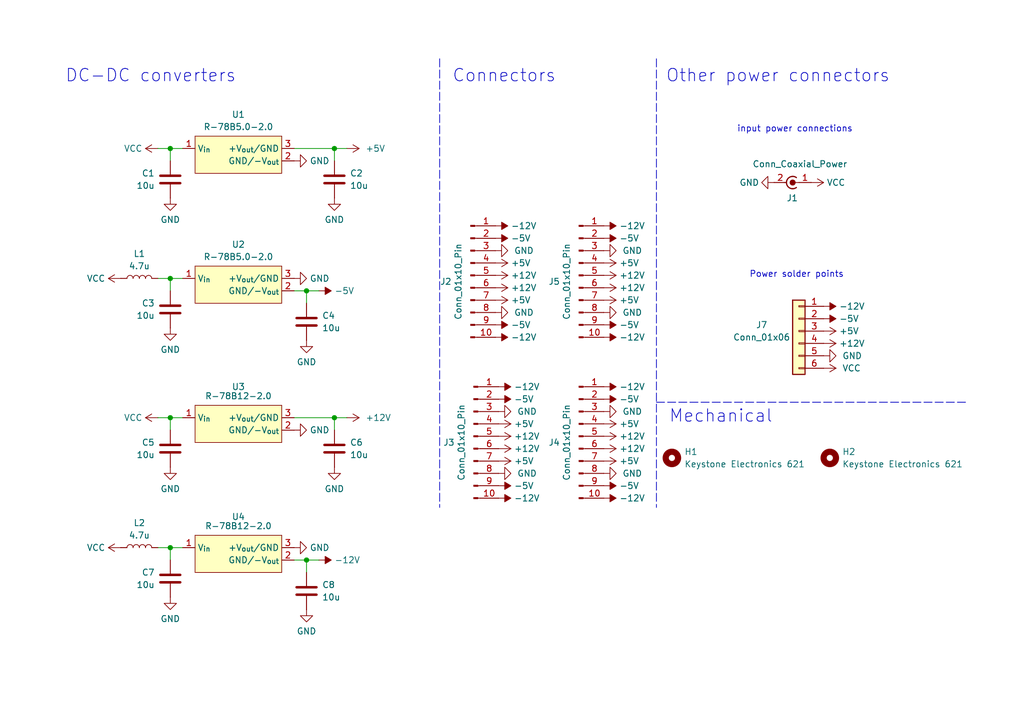
<source format=kicad_sch>
(kicad_sch (version 20231120) (generator "eeschema") (generator_version "8.0")
  (paper "A5")
  (title_block (title "Split rail DC power supply") (comment 1 "Designed for Hammond Manufacturing") (comment 2 "cases of series 1457"))
  (lib_symbols
    (symbol "Connector:Conn_01x10_Pin" (pin_names (offset 1.016) hide)
      (property "Reference" "J" (at 0 12.7 0))
      (property "Value" "Conn_01x10_Pin" (at 0 -15.24 0))
      (symbol "Conn_01x10_Pin_1_1"
        (polyline (pts (xy 1.27 -12.7) (xy 0.8636 -12.7)) (stroke (width 0.1524)))
        (polyline (pts (xy 1.27 -10.16) (xy 0.8636 -10.16)) (stroke (width 0.1524)))
        (polyline (pts (xy 1.27 -7.62) (xy 0.8636 -7.62)) (stroke (width 0.1524)))
        (polyline (pts (xy 1.27 -5.08) (xy 0.8636 -5.08)) (stroke (width 0.1524)))
        (polyline (pts (xy 1.27 -2.54) (xy 0.8636 -2.54)) (stroke (width 0.1524)))
        (polyline (pts (xy 1.27 0) (xy 0.8636 0)) (stroke (width 0.1524)))
        (polyline (pts (xy 1.27 2.54) (xy 0.8636 2.54)) (stroke (width 0.1524)))
        (polyline (pts (xy 1.27 5.08) (xy 0.8636 5.08)) (stroke (width 0.1524)))
        (polyline (pts (xy 1.27 7.62) (xy 0.8636 7.62)) (stroke (width 0.1524)))
        (polyline (pts (xy 1.27 10.16) (xy 0.8636 10.16)) (stroke (width 0.1524)))
        (rectangle (start 0.8636 -12.573) (end 0 -12.827) (stroke (width 0.1524)) (fill (type outline)))
        (rectangle (start 0.8636 -10.033) (end 0 -10.287) (stroke (width 0.1524)) (fill (type outline)))
        (rectangle (start 0.8636 -7.493) (end 0 -7.747) (stroke (width 0.1524)) (fill (type outline)))
        (rectangle (start 0.8636 -4.953) (end 0 -5.207) (stroke (width 0.1524)) (fill (type outline)))
        (rectangle (start 0.8636 -2.413) (end 0 -2.667) (stroke (width 0.1524)) (fill (type outline)))
        (rectangle (start 0.8636 0.127) (end 0 -0.127) (stroke (width 0.1524)) (fill (type outline)))
        (rectangle (start 0.8636 2.667) (end 0 2.413) (stroke (width 0.1524)) (fill (type outline)))
        (rectangle (start 0.8636 5.207) (end 0 4.953) (stroke (width 0.1524)) (fill (type outline)))
        (rectangle (start 0.8636 7.747) (end 0 7.493) (stroke (width 0.1524)) (fill (type outline)))
        (rectangle (start 0.8636 10.287) (end 0 10.033) (stroke (width 0.1524)) (fill (type outline)))
        (pin passive line (at 5.08 10.16 180) (length 3.81) (name "Pin_1") (number "1"))
        (pin passive line (at 5.08 -12.7 180) (length 3.81) (name "Pin_10") (number "10"))
        (pin passive line (at 5.08 7.62 180) (length 3.81) (name "Pin_2") (number "2"))
        (pin passive line (at 5.08 5.08 180) (length 3.81) (name "Pin_3") (number "3"))
        (pin passive line (at 5.08 2.54 180) (length 3.81) (name "Pin_4") (number "4"))
        (pin passive line (at 5.08 0 180) (length 3.81) (name "Pin_5") (number "5"))
        (pin passive line (at 5.08 -2.54 180) (length 3.81) (name "Pin_6") (number "6"))
        (pin passive line (at 5.08 -5.08 180) (length 3.81) (name "Pin_7") (number "7"))
        (pin passive line (at 5.08 -7.62 180) (length 3.81) (name "Pin_8") (number "8"))
        (pin passive line (at 5.08 -10.16 180) (length 3.81) (name "Pin_9") (number "9"))
      )
    )
    (symbol "Connector:Conn_Coaxial_Power" (pin_names (offset 1.016) hide)
      (property "Reference" "J" (at -5.08 -1.27 90))
      (property "Value" "Conn_Coaxial_Power" (at -3.175 -1.27 90))
      (symbol "Conn_Coaxial_Power_0_1"
        (arc (start -1.27 -1.27) (mid 0 -2.5345) (end 1.27 -1.27) (stroke (width 0.254)))
        (arc (start -1.016 -0.508) (mid -1.2048 -0.8684) (end -1.27 -1.27) (stroke (width 0.254)))
        (circle (center 0 -1.27) (radius 0.508) (stroke (width 0.2032)) (fill (type outline)))
        (polyline (pts (xy 0 -2.54) (xy 0 -3.048)))
        (polyline (pts (xy 0 0) (xy 0 -1.27)))
        (arc (start 1.27 -1.27) (mid 1.2048 -0.8684) (end 1.016 -0.508) (stroke (width 0.254)))
      )
      (symbol "Conn_Coaxial_Power_1_1"
        (pin passive line (at 0 2.54 270) (length 2.54) (name "In") (number "1"))
        (pin passive line (at 0 -5.08 90) (length 2.54) (name "Ext") (number "2"))
      )
    )
    (symbol "Connector_Generic:Conn_01x06" (pin_names (offset 1.016) hide)
      (property "Reference" "J" (at 0 7.62 0))
      (property "Value" "Conn_01x06" (at 0 -10.16 0))
      (symbol "Conn_01x06_1_1"
        (rectangle (start -1.27 -7.493) (end 0 -7.747) (stroke (width 0.1524)))
        (rectangle (start -1.27 -4.953) (end 0 -5.207) (stroke (width 0.1524)))
        (rectangle (start -1.27 -2.413) (end 0 -2.667) (stroke (width 0.1524)))
        (rectangle (start -1.27 0.127) (end 0 -0.127) (stroke (width 0.1524)))
        (rectangle (start -1.27 2.667) (end 0 2.413) (stroke (width 0.1524)))
        (rectangle (start -1.27 5.207) (end 0 4.953) (stroke (width 0.1524)))
        (rectangle (start -1.27 6.35) (end 1.27 -8.89) (stroke (width 0.254)) (fill (type background)))
        (pin passive line (at -5.08 5.08 0) (length 3.81) (name "Pin_1") (number "1"))
        (pin passive line (at -5.08 2.54 0) (length 3.81) (name "Pin_2") (number "2"))
        (pin passive line (at -5.08 0 0) (length 3.81) (name "Pin_3") (number "3"))
        (pin passive line (at -5.08 -2.54 0) (length 3.81) (name "Pin_4") (number "4"))
        (pin passive line (at -5.08 -5.08 0) (length 3.81) (name "Pin_5") (number "5"))
        (pin passive line (at -5.08 -7.62 0) (length 3.81) (name "Pin_6") (number "6"))
      )
    )
    (symbol "Device:C" (pin_numbers hide) (pin_names (offset 0.254))
      (property "Reference" "C" (at 0.635 2.54 0))
      (property "Value" "C" (at 0.635 -2.54 0))
      (symbol "C_0_1"
        (polyline (pts (xy -2.032 -0.762) (xy 2.032 -0.762)) (stroke (width 0.508)))
        (polyline (pts (xy -2.032 0.762) (xy 2.032 0.762)) (stroke (width 0.508)))
      )
      (symbol "C_1_1"
        (pin passive line (at 0 3.81 270) (length 2.794) (name "~") (number "1"))
        (pin passive line (at 0 -3.81 90) (length 2.794) (name "~") (number "2"))
      )
    )
    (symbol "Device:L" (pin_numbers hide) (pin_names (offset 1.016) hide)
      (property "Reference" "L" (at -1.27 0 90))
      (property "Value" "L" (at 1.905 0 90))
      (symbol "L_0_1"
        (arc (start 0 -2.54) (mid 0.6323 -1.905) (end 0 -1.27))
        (arc (start 0 -1.27) (mid 0.6323 -0.635) (end 0 0))
        (arc (start 0 0) (mid 0.6323 0.635) (end 0 1.27))
        (arc (start 0 1.27) (mid 0.6323 1.905) (end 0 2.54))
      )
      (symbol "L_1_1"
        (pin passive line (at 0 3.81 270) (length 1.27) (name "1") (number "1"))
        (pin passive line (at 0 -3.81 90) (length 1.27) (name "2") (number "2"))
      )
    )
    (symbol "Mechanical:MountingHole" (pin_names (offset 1.016)) (exclude_from_sim yes) (in_bom no)
      (property "Reference" "H" (at 0 5.08 0))
      (property "Value" "MountingHole" (at 0 3.175 0))
      (symbol "MountingHole_0_1"
        (circle (center 0 0) (radius 1.27) (stroke (width 1.27)))
      )
    )
    (symbol "matterwaves:R-78B12-2.0"
      (property "Reference" "U" (at 0 5.08 0))
      (property "Value" "R-78B12-2.0" (at 0 -5.08 0))
      (symbol "R-78B12-2.0_1_1"
        (rectangle (start -8.89 3.81) (end 8.89 -3.81) (fill (type background)))
        (pin input line (at -11.43 1.27 0) (length 2.54) (name "V_{in}") (number "1"))
        (pin input line (at 11.43 -1.27 180) (length 2.54) (name "GND/-V_{out}") (number "2"))
        (pin input line (at 11.43 1.27 180) (length 2.54) (name "+V_{out}/GND") (number "3"))
      )
    )
    (symbol "matterwaves:R-78B5.0-2.0"
      (property "Reference" "U" (at 0 5.08 0))
      (property "Value" "R-78B5.0-2.0" (at 0 -5.08 0))
      (symbol "R-78B5.0-2.0_1_1"
        (rectangle (start -8.89 3.81) (end 8.89 -3.81) (fill (type background)))
        (pin input line (at -11.43 1.27 0) (length 2.54) (name "V_{in}") (number "1"))
        (pin input line (at 11.43 -1.27 180) (length 2.54) (name "GND/-V_{out}") (number "2"))
        (pin input line (at 11.43 1.27 180) (length 2.54) (name "+V_{out}/GND") (number "3"))
      )
    )
    (symbol "power:+12V" (power) (pin_numbers hide) (pin_names (offset 0) hide)
      (property "Value" "+12V" (at 0 3.556 0))
      (symbol "+12V_0_1"
        (polyline (pts (xy -0.762 1.27) (xy 0 2.54)))
        (polyline (pts (xy 0 0) (xy 0 2.54)))
        (polyline (pts (xy 0 2.54) (xy 0.762 1.27)))
      )
      (symbol "+12V_1_1"
        (pin power_in line (at 0 0 90) (length 0) (name "~") (number "1"))
      )
    )
    (symbol "power:+5V" (power) (pin_numbers hide) (pin_names (offset 0) hide)
      (property "Value" "+5V" (at 0 3.556 0))
      (symbol "+5V_0_1"
        (polyline (pts (xy -0.762 1.27) (xy 0 2.54)))
        (polyline (pts (xy 0 0) (xy 0 2.54)))
        (polyline (pts (xy 0 2.54) (xy 0.762 1.27)))
      )
      (symbol "+5V_1_1"
        (pin power_in line (at 0 0 90) (length 0) (name "~") (number "1"))
      )
    )
    (symbol "power:-12V" (power) (pin_numbers hide) (pin_names (offset 0) hide)
      (property "Value" "-12V" (at 0 3.556 0))
      (symbol "-12V_0_0"
        (pin power_in line (at 0 0 90) (length 0) (name "~") (number "1"))
      )
      (symbol "-12V_0_1"
        (polyline (pts (xy 0 0) (xy 0 1.27) (xy 0.762 1.27) (xy 0 2.54) (xy -0.762 1.27) (xy 0 1.27)) (fill (type outline)))
      )
    )
    (symbol "power:-5V" (power) (pin_numbers hide) (pin_names (offset 0) hide)
      (property "Value" "-5V" (at 0 3.556 0))
      (symbol "-5V_0_0"
        (pin power_in line (at 0 0 90) (length 0) (name "~") (number "1"))
      )
      (symbol "-5V_0_1"
        (polyline (pts (xy 0 0) (xy 0 1.27) (xy 0.762 1.27) (xy 0 2.54) (xy -0.762 1.27) (xy 0 1.27)) (fill (type outline)))
      )
    )
    (symbol "power:GND" (power) (pin_numbers hide) (pin_names (offset 0) hide)
      (property "Value" "GND" (at 0 -3.81 0))
      (symbol "GND_0_1"
        (polyline (pts (xy 0 0) (xy 0 -1.27) (xy 1.27 -1.27) (xy 0 -2.54) (xy -1.27 -1.27) (xy 0 -1.27)))
      )
      (symbol "GND_1_1"
        (pin power_in line (at 0 0 270) (length 0) (name "~") (number "1"))
      )
    )
    (symbol "power:VCC" (power) (pin_numbers hide) (pin_names (offset 0) hide)
      (property "Value" "VCC" (at 0 3.556 0))
      (symbol "VCC_0_1"
        (polyline (pts (xy -0.762 1.27) (xy 0 2.54)))
        (polyline (pts (xy 0 0) (xy 0 2.54)))
        (polyline (pts (xy 0 2.54) (xy 0.762 1.27)))
      )
      (symbol "VCC_1_1"
        (pin power_in line (at 0 0 90) (length 0) (name "~") (number "1"))
      )
    )
  )
  (junction (at 34.925 85.725))
  (junction (at 34.925 112.395))
  (junction (at 34.925 30.48))
  (junction (at 34.925 57.15))
  (junction (at 68.58 85.725))
  (junction (at 68.58 30.48))
  (junction (at 62.865 59.69))
  (junction (at 62.865 114.935))
  (wire (pts (xy 62.865 114.935) (xy 65.405 114.935)))
  (wire (pts (xy 34.925 57.15) (xy 34.925 59.69)))
  (wire (pts (xy 34.925 112.395) (xy 37.465 112.395)))
  (wire (pts (xy 34.925 30.48) (xy 37.465 30.48)))
  (wire (pts (xy 68.58 85.725) (xy 68.58 88.265)))
  (wire (pts (xy 68.58 30.48) (xy 68.58 33.02)))
  (wire (pts (xy 34.925 112.395) (xy 34.925 114.935)))
  (polyline (pts (xy 134.62 12.065) (xy 134.62 104.14)) (stroke (width 0) (type dash)))
  (wire (pts (xy 62.865 59.69) (xy 62.865 62.23)))
  (wire (pts (xy 68.58 30.48) (xy 71.12 30.48)))
  (wire (pts (xy 32.385 85.725) (xy 34.925 85.725)))
  (wire (pts (xy 62.865 59.69) (xy 65.405 59.69)))
  (wire (pts (xy 32.385 30.48) (xy 34.925 30.48)))
  (wire (pts (xy 60.325 85.725) (xy 68.58 85.725)))
  (wire (pts (xy 34.925 85.725) (xy 37.465 85.725)))
  (polyline (pts (xy 90.17 12.065) (xy 90.17 104.14)) (stroke (width 0) (type dash)))
  (wire (pts (xy 60.325 59.69) (xy 62.865 59.69)))
  (wire (pts (xy 62.865 114.935) (xy 62.865 117.475)))
  (wire (pts (xy 34.925 57.15) (xy 37.465 57.15)))
  (wire (pts (xy 34.925 30.48) (xy 34.925 33.02)))
  (wire (pts (xy 60.325 114.935) (xy 62.865 114.935)))
  (wire (pts (xy 32.385 57.15) (xy 34.925 57.15)))
  (wire (pts (xy 68.58 85.725) (xy 71.12 85.725)))
  (wire (pts (xy 60.325 30.48) (xy 68.58 30.48)))
  (wire (pts (xy 34.925 85.725) (xy 34.925 88.265)))
  (wire (pts (xy 32.385 112.395) (xy 34.925 112.395)))
  (polyline (pts (xy 134.62 82.55) (xy 198.12 82.55)) (stroke (width 0) (type dash)))
  (text "Other power connectors" (at 136.525 17.145 0) (effects (font (size 2.54 2.54)) (justify left bottom)))
  (text "Power solder points" (at 153.67 57.15 0) (effects (font (size 1.27 1.27)) (justify left bottom)))
  (text "input power connections" (at 151.13 27.305 0) (effects (font (size 1.27 1.27)) (justify left bottom)))
  (text "Mechanical" (at 137.16 86.995 0) (effects (font (size 2.54 2.54)) (justify left bottom)))
  (text "DC-DC converters" (at 13.335 17.145 0) (effects (font (size 2.54 2.54)) (justify left bottom)))
  (text "Connectors" (at 92.71 17.145 0) (effects (font (size 2.54 2.54)) (justify left bottom)))
  (symbol (lib_id "power:-12V") (at 123.825 102.235 270) (unit 1)
    (property "Reference" "#PWR022" (effects (hide yes)))
    (property "Value" "-12V" (at 127 102.235 90) (effects (justify left)))
    (property "Description" "Power symbol creates a global label with name \"-12V\"" (effects (hide yes)))
  )
  (symbol (lib_id "power:+12V") (at 102.235 89.535 270) (unit 1)
    (property "Reference" "#PWR07" (effects (hide yes)))
    (property "Value" "+12V" (at 105.41 89.535 90) (effects (justify left)))
    (property "Description" "Power symbol creates a global label with name \"+12V\"" (effects (hide yes)))
  )
  (symbol (lib_id "power:-5V") (at 123.825 66.675 270) (unit 1)
    (property "Reference" "#PWR067" (effects (hide yes)))
    (property "Value" "-5V" (at 127 66.675 90) (effects (justify left)))
    (property "Description" "Power symbol creates a global label with name \"-5V\"" (effects (hide yes)))
  )
  (symbol (lib_id "Connector:Conn_01x10_Pin") (at 118.745 89.535 0) (unit 1)
    (property "Reference" "J4" (at 113.665 90.805 0))
    (property "Value" "Conn_01x10_Pin" (at 116.205 90.805 90))
    (property "Footprint" "Connector_JST:JST_ZH_B10B-ZR_1x10_P1.50mm_Vertical" (effects (hide yes)))
    (property "Description" "Generic connector, single row, 01x10, script generated" (effects (hide yes)))
    (property "Digikey PN" "455-S10B-ZR-ND" (effects (hide yes)))
  )
  (symbol (lib_id "power:GND") (at 60.325 57.15 90) (unit 1)
    (property "Reference" "#PWR049" (effects (hide yes)))
    (property "Value" "GND" (at 63.5 57.15 90) (effects (justify right)))
    (property "Description" "Power symbol creates a global label with name \"GND\" , ground" (effects (hide yes)))
  )
  (symbol (lib_id "power:+12V") (at 168.91 70.485 270) (unit 1)
    (property "Reference" "#PWR040" (effects (hide yes)))
    (property "Value" "+12V" (at 172.085 70.485 90) (effects (justify left)))
    (property "Description" "Power symbol creates a global label with name \"+12V\"" (effects (hide yes)))
  )
  (symbol (lib_id "power:-5V") (at 101.6 48.895 270) (unit 1)
    (property "Reference" "#PWR032" (effects (hide yes)))
    (property "Value" "-5V" (at 104.775 48.895 90) (effects (justify left)))
    (property "Description" "Power symbol creates a global label with name \"-5V\"" (effects (hide yes)))
  )
  (symbol (lib_id "power:GND") (at 60.325 112.395 90) (unit 1)
    (property "Reference" "#PWR059" (effects (hide yes)))
    (property "Value" "GND" (at 63.5 112.395 90) (effects (justify right)))
    (property "Description" "Power symbol creates a global label with name \"GND\" , ground" (effects (hide yes)))
  )
  (symbol (lib_id "power:VCC") (at 32.385 85.725 90) (unit 1)
    (property "Reference" "#PWR053" (effects (hide yes)))
    (property "Value" "VCC" (at 27.305 85.725 90))
    (property "Description" "Power symbol creates a global label with name \"VCC\"" (effects (hide yes)))
  )
  (symbol (lib_id "power:-5V") (at 102.235 81.915 270) (unit 1)
    (property "Reference" "#PWR04" (effects (hide yes)))
    (property "Value" "-5V" (at 105.41 81.915 90) (effects (justify left)))
    (property "Description" "Power symbol creates a global label with name \"-5V\"" (effects (hide yes)))
  )
  (symbol (lib_id "power:+12V") (at 71.12 85.725 270) (unit 1)
    (property "Reference" "#PWR054" (effects (hide yes)))
    (property "Value" "+12V" (at 74.93 85.725 90) (effects (justify left)))
    (property "Description" "Power symbol creates a global label with name \"+12V\"" (effects (hide yes)))
  )
  (symbol (lib_id "matterwaves:R-78B12-2.0") (at 48.895 86.995 0) (unit 1)
    (property "Reference" "U3" (at 48.895 79.375 0))
    (property "Value" "R-78B12-2.0" (at 48.895 81.28 0))
    (property "Footprint" "matterwaves:R-78Bxx-2.0" (effects (hide yes)))
    (property "Datasheet" "https://g.recomcdn.com/media/Datasheet/pdf/.fldP_2rX/.t124a6889b0e40eeb9ac1/Datasheet-285/R-78B-2_0.pdf" (effects (hide yes)))
    (property "Description" "Linear Regulator Replacement DC DC Converter 1 Output 12V 2A 15V - 32V Input" (effects (hide yes)))
    (property "Digikey PN" "945-3041-ND" (effects (hide yes)))
  )
  (symbol (lib_id "Mechanical:MountingHole") (at 170.18 93.98 0) (unit 1)
    (property "Reference" "H2" (at 172.72 92.71 0) (effects (justify left)))
    (property "Value" "Keystone Electronics 621" (at 172.72 95.25 0) (effects (justify left)))
    (property "Footprint" "matterwaves:Keystone 621" (effects (hide yes)))
    (property "Description" "Mounting Hole without connection" (effects (hide yes)))
    (property "Digikey PN" "36-621-ND" (effects (hide yes)))
  )
  (symbol (lib_id "Device:C") (at 62.865 121.285 0) (mirror y) (unit 1)
    (property "Reference" "C8" (at 66.04 120.015 0) (effects (justify right)))
    (property "Value" "10u" (at 66.04 122.555 0) (effects (justify right)))
    (property "Footprint" "Capacitor_SMD:C_0805_2012Metric_Pad1.18x1.45mm_HandSolder" (effects (hide yes)))
    (property "Description" "Unpolarized capacitor" (effects (hide yes)))
    (property "JLCPCB PN" "C440198" (effects (hide yes)))
  )
  (symbol (lib_id "power:GND") (at 34.925 40.64 0) (unit 1)
    (property "Reference" "#PWR046" (effects (hide yes)))
    (property "Value" "GND" (at 34.925 45.085 0))
    (property "Description" "Power symbol creates a global label with name \"GND\" , ground" (effects (hide yes)))
  )
  (symbol (lib_id "power:GND") (at 101.6 64.135 90) (unit 1)
    (property "Reference" "#PWR064" (effects (hide yes)))
    (property "Value" "GND" (at 105.41 64.135 90) (effects (justify right)))
    (property "Description" "Power symbol creates a global label with name \"GND\" , ground" (effects (hide yes)))
  )
  (symbol (lib_id "power:GND") (at 34.925 67.31 0) (unit 1)
    (property "Reference" "#PWR051" (effects (hide yes)))
    (property "Value" "GND" (at 34.925 71.755 0))
    (property "Description" "Power symbol creates a global label with name \"GND\" , ground" (effects (hide yes)))
  )
  (symbol (lib_id "power:+5V") (at 101.6 53.975 270) (unit 1)
    (property "Reference" "#PWR034" (effects (hide yes)))
    (property "Value" "+5V" (at 104.775 53.975 90) (effects (justify left)))
    (property "Description" "Power symbol creates a global label with name \"+5V\"" (effects (hide yes)))
  )
  (symbol (lib_id "power:-12V") (at 102.235 79.375 270) (unit 1)
    (property "Reference" "#PWR03" (effects (hide yes)))
    (property "Value" "-12V" (at 105.41 79.375 90) (effects (justify left)))
    (property "Description" "Power symbol creates a global label with name \"-12V\"" (effects (hide yes)))
  )
  (symbol (lib_id "power:+12V") (at 123.825 59.055 270) (unit 1)
    (property "Reference" "#PWR028" (effects (hide yes)))
    (property "Value" "+12V" (at 127 59.055 90) (effects (justify left)))
    (property "Description" "Power symbol creates a global label with name \"+12V\"" (effects (hide yes)))
  )
  (symbol (lib_id "power:GND") (at 123.825 64.135 90) (unit 1)
    (property "Reference" "#PWR030" (effects (hide yes)))
    (property "Value" "GND" (at 127.635 64.135 90) (effects (justify right)))
    (property "Description" "Power symbol creates a global label with name \"GND\" , ground" (effects (hide yes)))
  )
  (symbol (lib_id "power:+12V") (at 123.825 92.075 270) (unit 1)
    (property "Reference" "#PWR018" (effects (hide yes)))
    (property "Value" "+12V" (at 127 92.075 90) (effects (justify left)))
    (property "Description" "Power symbol creates a global label with name \"+12V\"" (effects (hide yes)))
  )
  (symbol (lib_id "power:-5V") (at 123.825 81.915 270) (unit 1)
    (property "Reference" "#PWR014" (effects (hide yes)))
    (property "Value" "-5V" (at 127 81.915 90) (effects (justify left)))
    (property "Description" "Power symbol creates a global label with name \"-5V\"" (effects (hide yes)))
  )
  (symbol (lib_id "power:GND") (at 102.235 97.155 90) (unit 1)
    (property "Reference" "#PWR010" (effects (hide yes)))
    (property "Value" "GND" (at 106.045 97.155 90) (effects (justify right)))
    (property "Description" "Power symbol creates a global label with name \"GND\" , ground" (effects (hide yes)))
  )
  (symbol (lib_id "power:+5V") (at 102.235 86.995 270) (unit 1)
    (property "Reference" "#PWR06" (effects (hide yes)))
    (property "Value" "+5V" (at 105.41 86.995 90) (effects (justify left)))
    (property "Description" "Power symbol creates a global label with name \"+5V\"" (effects (hide yes)))
  )
  (symbol (lib_id "power:GND") (at 102.235 84.455 90) (unit 1)
    (property "Reference" "#PWR05" (effects (hide yes)))
    (property "Value" "GND" (at 106.045 84.455 90) (effects (justify right)))
    (property "Description" "Power symbol creates a global label with name \"GND\" , ground" (effects (hide yes)))
  )
  (symbol (lib_id "power:-12V") (at 123.825 69.215 270) (unit 1)
    (property "Reference" "#PWR068" (effects (hide yes)))
    (property "Value" "-12V" (at 127 69.215 90) (effects (justify left)))
    (property "Description" "Power symbol creates a global label with name \"-12V\"" (effects (hide yes)))
  )
  (symbol (lib_id "power:GND") (at 68.58 40.64 0) (unit 1)
    (property "Reference" "#PWR047" (effects (hide yes)))
    (property "Value" "GND" (at 68.58 45.085 0))
    (property "Description" "Power symbol creates a global label with name \"GND\" , ground" (effects (hide yes)))
  )
  (symbol (lib_id "matterwaves:R-78B5.0-2.0") (at 48.895 58.42 0) (unit 1)
    (property "Reference" "U2" (at 48.895 50.165 0))
    (property "Value" "R-78B5.0-2.0" (at 48.895 52.705 0))
    (property "Footprint" "matterwaves:R-78Bxx-2.0" (effects (hide yes)))
    (property "Datasheet" "https://g.recomcdn.com/media/Datasheet/pdf/.fldP_2rX/.t124a6889b0e40eeb9ac1/Datasheet-285/R-78B-2_0.pdf" (effects (hide yes)))
    (property "Description" "Linear Regulator Replacement DC DC Converter 1 Output 5V 2A 6.5V - 32V Input" (effects (hide yes)))
    (property "Digikey PN" "945-3042-ND" (effects (hide yes)))
  )
  (symbol (lib_id "power:GND") (at 60.325 33.02 90) (unit 1)
    (property "Reference" "#PWR045" (effects (hide yes)))
    (property "Value" "GND" (at 63.5 33.02 90) (effects (justify right)))
    (property "Description" "Power symbol creates a global label with name \"GND\" , ground" (effects (hide yes)))
  )
  (symbol (lib_id "Connector_Generic:Conn_01x06") (at 163.83 67.945 0) (mirror y) (unit 1) (in_bom no)
    (property "Reference" "J7" (at 156.21 66.675 0))
    (property "Value" "Conn_01x06" (at 156.21 69.215 0))
    (property "Footprint" "Connector_Wire:SolderWire-1sqmm_1x06_P5.4mm_D1.4mm_OD2.7mm" (effects (hide yes)))
    (property "Description" "Generic connector, single row, 01x06, script generated (kicad-library-utils/schlib/autogen/connector/)" (effects (hide yes)))
  )
  (symbol (lib_id "Device:L") (at 28.575 112.395 90) (unit 1)
    (property "Reference" "L2" (at 28.575 107.315 90))
    (property "Value" "4.7u" (at 28.575 109.855 90))
    (property "Footprint" "Inductor_THT:L_Axial_L7.0mm_D3.3mm_P2.54mm_Vertical_Fastron_MICC" (effects (hide yes)))
    (property "Description" "Inductor" (effects (hide yes)))
    (property "Digikey PN" "535-AIAP-01-4R7K-TCT-ND" (effects (hide yes)))
  )
  (symbol (lib_id "Device:C") (at 62.865 66.04 0) (mirror y) (unit 1)
    (property "Reference" "C4" (at 66.04 64.77 0) (effects (justify right)))
    (property "Value" "10u" (at 66.04 67.31 0) (effects (justify right)))
    (property "Footprint" "Capacitor_SMD:C_0805_2012Metric_Pad1.18x1.45mm_HandSolder" (effects (hide yes)))
    (property "Description" "Unpolarized capacitor" (effects (hide yes)))
    (property "JLCPCB PN" "C440198" (effects (hide yes)))
  )
  (symbol (lib_id "power:GND") (at 62.865 69.85 0) (unit 1)
    (property "Reference" "#PWR052" (effects (hide yes)))
    (property "Value" "GND" (at 62.865 74.295 0))
    (property "Description" "Power symbol creates a global label with name \"GND\" , ground" (effects (hide yes)))
  )
  (symbol (lib_id "power:-12V") (at 102.235 102.235 270) (unit 1)
    (property "Reference" "#PWR012" (effects (hide yes)))
    (property "Value" "-12V" (at 105.41 102.235 90) (effects (justify left)))
    (property "Description" "Power symbol creates a global label with name \"-12V\"" (effects (hide yes)))
  )
  (symbol (lib_id "power:+12V") (at 123.825 56.515 270) (unit 1)
    (property "Reference" "#PWR027" (effects (hide yes)))
    (property "Value" "+12V" (at 127 56.515 90) (effects (justify left)))
    (property "Description" "Power symbol creates a global label with name \"+12V\"" (effects (hide yes)))
  )
  (symbol (lib_id "power:GND") (at 123.825 51.435 90) (unit 1)
    (property "Reference" "#PWR025" (effects (hide yes)))
    (property "Value" "GND" (at 127.635 51.435 90) (effects (justify right)))
    (property "Description" "Power symbol creates a global label with name \"GND\" , ground" (effects (hide yes)))
  )
  (symbol (lib_id "power:+5V") (at 101.6 61.595 270) (unit 1)
    (property "Reference" "#PWR063" (effects (hide yes)))
    (property "Value" "+5V" (at 104.775 61.595 90) (effects (justify left)))
    (property "Description" "Power symbol creates a global label with name \"+5V\"" (effects (hide yes)))
  )
  (symbol (lib_id "power:GND") (at 60.325 88.265 90) (unit 1)
    (property "Reference" "#PWR055" (effects (hide yes)))
    (property "Value" "GND" (at 63.5 88.265 90) (effects (justify right)))
    (property "Description" "Power symbol creates a global label with name \"GND\" , ground" (effects (hide yes)))
  )
  (symbol (lib_id "power:GND") (at 68.58 95.885 0) (unit 1)
    (property "Reference" "#PWR057" (effects (hide yes)))
    (property "Value" "GND" (at 68.58 100.33 0))
    (property "Description" "Power symbol creates a global label with name \"GND\" , ground" (effects (hide yes)))
  )
  (symbol (lib_id "power:+5V") (at 123.825 61.595 270) (unit 1)
    (property "Reference" "#PWR029" (effects (hide yes)))
    (property "Value" "+5V" (at 127 61.595 90) (effects (justify left)))
    (property "Description" "Power symbol creates a global label with name \"+5V\"" (effects (hide yes)))
  )
  (symbol (lib_id "Device:C") (at 34.925 92.075 0) (unit 1)
    (property "Reference" "C5" (at 31.75 90.805 0) (effects (justify right)))
    (property "Value" "10u" (at 31.75 93.345 0) (effects (justify right)))
    (property "Footprint" "Capacitor_SMD:C_0805_2012Metric_Pad1.18x1.45mm_HandSolder" (effects (hide yes)))
    (property "Description" "Unpolarized capacitor" (effects (hide yes)))
    (property "JLCPCB PN" "C440198" (effects (hide yes)))
  )
  (symbol (lib_id "power:-5V") (at 123.825 48.895 270) (unit 1)
    (property "Reference" "#PWR024" (effects (hide yes)))
    (property "Value" "-5V" (at 127 48.895 90) (effects (justify left)))
    (property "Description" "Power symbol creates a global label with name \"-5V\"" (effects (hide yes)))
  )
  (symbol (lib_id "power:+12V") (at 123.825 89.535 270) (unit 1)
    (property "Reference" "#PWR017" (effects (hide yes)))
    (property "Value" "+12V" (at 127 89.535 90) (effects (justify left)))
    (property "Description" "Power symbol creates a global label with name \"+12V\"" (effects (hide yes)))
  )
  (symbol (lib_id "Mechanical:MountingHole") (at 137.795 93.98 0) (unit 1)
    (property "Reference" "H1" (at 140.335 92.71 0) (effects (justify left)))
    (property "Value" "Keystone Electronics 621" (at 140.335 95.25 0) (effects (justify left)))
    (property "Footprint" "matterwaves:Keystone 621" (effects (hide yes)))
    (property "Description" "Mounting Hole without connection" (effects (hide yes)))
    (property "Digikey PN" "36-621-ND" (effects (hide yes)))
  )
  (symbol (lib_id "power:-12V") (at 123.825 79.375 270) (unit 1)
    (property "Reference" "#PWR013" (effects (hide yes)))
    (property "Value" "-12V" (at 127 79.375 90) (effects (justify left)))
    (property "Description" "Power symbol creates a global label with name \"-12V\"" (effects (hide yes)))
  )
  (symbol (lib_id "power:+12V") (at 101.6 59.055 270) (unit 1)
    (property "Reference" "#PWR036" (effects (hide yes)))
    (property "Value" "+12V" (at 104.775 59.055 90) (effects (justify left)))
    (property "Description" "Power symbol creates a global label with name \"+12V\"" (effects (hide yes)))
  )
  (symbol (lib_id "matterwaves:R-78B12-2.0") (at 48.895 113.665 0) (unit 1)
    (property "Reference" "U4" (at 48.895 106.045 0))
    (property "Value" "R-78B12-2.0" (at 48.895 107.95 0))
    (property "Footprint" "matterwaves:R-78Bxx-2.0" (effects (hide yes)))
    (property "Datasheet" "https://g.recomcdn.com/media/Datasheet/pdf/.fldP_2rX/.t124a6889b0e40eeb9ac1/Datasheet-285/R-78B-2_0.pdf" (effects (hide yes)))
    (property "Description" "Linear Regulator Replacement DC DC Converter 1 Output 12V 2A 15V - 32V Input" (effects (hide yes)))
    (property "Digikey PN" "945-3041-ND" (effects (hide yes)))
  )
  (symbol (lib_id "Connector:Conn_01x10_Pin") (at 118.745 56.515 0) (unit 1)
    (property "Reference" "J5" (at 113.665 57.785 0))
    (property "Value" "Conn_01x10_Pin" (at 116.205 57.785 90))
    (property "Footprint" "Connector_JST:JST_ZH_B10B-ZR_1x10_P1.50mm_Vertical" (effects (hide yes)))
    (property "Description" "Generic connector, single row, 01x10, script generated" (effects (hide yes)))
    (property "Digikey PN" "455-S10B-ZR-ND" (effects (hide yes)))
  )
  (symbol (lib_id "power:VCC") (at 166.37 37.465 270) (unit 1)
    (property "Reference" "#PWR02" (effects (hide yes)))
    (property "Value" "VCC" (at 171.45 37.465 90))
    (property "Description" "Power symbol creates a global label with name \"VCC\"" (effects (hide yes)))
  )
  (symbol (lib_id "power:-12V") (at 123.825 46.355 270) (unit 1)
    (property "Reference" "#PWR023" (effects (hide yes)))
    (property "Value" "-12V" (at 127 46.355 90) (effects (justify left)))
    (property "Description" "Power symbol creates a global label with name \"-12V\"" (effects (hide yes)))
  )
  (symbol (lib_id "power:-5V") (at 65.405 59.69 270) (unit 1)
    (property "Reference" "#PWR050" (effects (hide yes)))
    (property "Value" "-5V" (at 68.58 59.69 90) (effects (justify left)))
    (property "Description" "Power symbol creates a global label with name \"-5V\"" (effects (hide yes)))
  )
  (symbol (lib_id "power:GND") (at 123.825 84.455 90) (unit 1)
    (property "Reference" "#PWR015" (effects (hide yes)))
    (property "Value" "GND" (at 127.635 84.455 90) (effects (justify right)))
    (property "Description" "Power symbol creates a global label with name \"GND\" , ground" (effects (hide yes)))
  )
  (symbol (lib_id "power:GND") (at 34.925 122.555 0) (unit 1)
    (property "Reference" "#PWR061" (effects (hide yes)))
    (property "Value" "GND" (at 34.925 127 0))
    (property "Description" "Power symbol creates a global label with name \"GND\" , ground" (effects (hide yes)))
  )
  (symbol (lib_id "Connector:Conn_01x10_Pin") (at 97.155 89.535 0) (unit 1)
    (property "Reference" "J3" (at 92.075 90.805 0))
    (property "Value" "Conn_01x10_Pin" (at 94.615 90.805 90))
    (property "Footprint" "Connector_JST:JST_ZH_B10B-ZR_1x10_P1.50mm_Vertical" (effects (hide yes)))
    (property "Description" "Generic connector, single row, 01x10, script generated" (effects (hide yes)))
    (property "Digikey PN" "455-S10B-ZR-ND" (effects (hide yes)))
  )
  (symbol (lib_id "power:GND") (at 101.6 51.435 90) (unit 1)
    (property "Reference" "#PWR033" (effects (hide yes)))
    (property "Value" "GND" (at 105.41 51.435 90) (effects (justify right)))
    (property "Description" "Power symbol creates a global label with name \"GND\" , ground" (effects (hide yes)))
  )
  (symbol (lib_id "Connector:Conn_Coaxial_Power") (at 163.83 37.465 270) (unit 1)
    (property "Reference" "J1" (at 161.29 40.64 90) (effects (justify left)))
    (property "Value" "Conn_Coaxial_Power" (at 154.305 33.655 90) (effects (justify left)))
    (property "Footprint" "matterwaves:CUI_PJ-037B" (effects (hide yes)))
    (property "Description" "coaxial connector (BNC, SMA, SMB, SMC, Cinch/RCA, LEMO, ...)" (effects (hide yes)))
    (property "Digikey PN" "CP-037B-ND" (effects (hide yes)))
  )
  (symbol (lib_id "power:-5V") (at 168.91 65.405 270) (unit 1)
    (property "Reference" "#PWR038" (effects (hide yes)))
    (property "Value" "-5V" (at 172.085 65.405 90) (effects (justify left)))
    (property "Description" "Power symbol creates a global label with name \"-5V\"" (effects (hide yes)))
  )
  (symbol (lib_id "power:+12V") (at 101.6 56.515 270) (unit 1)
    (property "Reference" "#PWR035" (effects (hide yes)))
    (property "Value" "+12V" (at 104.775 56.515 90) (effects (justify left)))
    (property "Description" "Power symbol creates a global label with name \"+12V\"" (effects (hide yes)))
  )
  (symbol (lib_id "power:-12V") (at 101.6 69.215 270) (unit 1)
    (property "Reference" "#PWR066" (effects (hide yes)))
    (property "Value" "-12V" (at 104.775 69.215 90) (effects (justify left)))
    (property "Description" "Power symbol creates a global label with name \"-12V\"" (effects (hide yes)))
  )
  (symbol (lib_id "power:+5V") (at 168.91 67.945 270) (unit 1)
    (property "Reference" "#PWR039" (effects (hide yes)))
    (property "Value" "+5V" (at 172.085 67.945 90) (effects (justify left)))
    (property "Description" "Power symbol creates a global label with name \"+5V\"" (effects (hide yes)))
  )
  (symbol (lib_id "power:-12V") (at 65.405 114.935 270) (unit 1)
    (property "Reference" "#PWR060" (effects (hide yes)))
    (property "Value" "-12V" (at 68.58 114.935 90) (effects (justify left)))
    (property "Description" "Power symbol creates a global label with name \"-12V\"" (effects (hide yes)))
  )
  (symbol (lib_id "power:-12V") (at 101.6 46.355 270) (unit 1)
    (property "Reference" "#PWR031" (effects (hide yes)))
    (property "Value" "-12V" (at 104.775 46.355 90) (effects (justify left)))
    (property "Description" "Power symbol creates a global label with name \"-12V\"" (effects (hide yes)))
  )
  (symbol (lib_id "power:VCC") (at 32.385 30.48 90) (unit 1)
    (property "Reference" "#PWR043" (effects (hide yes)))
    (property "Value" "VCC" (at 27.305 30.48 90))
    (property "Description" "Power symbol creates a global label with name \"VCC\"" (effects (hide yes)))
  )
  (symbol (lib_id "power:+5V") (at 102.235 94.615 270) (unit 1)
    (property "Reference" "#PWR09" (effects (hide yes)))
    (property "Value" "+5V" (at 105.41 94.615 90) (effects (justify left)))
    (property "Description" "Power symbol creates a global label with name \"+5V\"" (effects (hide yes)))
  )
  (symbol (lib_id "power:+5V") (at 123.825 94.615 270) (unit 1)
    (property "Reference" "#PWR019" (effects (hide yes)))
    (property "Value" "+5V" (at 127 94.615 90) (effects (justify left)))
    (property "Description" "Power symbol creates a global label with name \"+5V\"" (effects (hide yes)))
  )
  (symbol (lib_id "power:-5V") (at 102.235 99.695 270) (unit 1)
    (property "Reference" "#PWR011" (effects (hide yes)))
    (property "Value" "-5V" (at 105.41 99.695 90) (effects (justify left)))
    (property "Description" "Power symbol creates a global label with name \"-5V\"" (effects (hide yes)))
  )
  (symbol (lib_id "Device:C") (at 34.925 63.5 0) (unit 1)
    (property "Reference" "C3" (at 31.75 62.23 0) (effects (justify right)))
    (property "Value" "10u" (at 31.75 64.77 0) (effects (justify right)))
    (property "Footprint" "Capacitor_SMD:C_0805_2012Metric_Pad1.18x1.45mm_HandSolder" (effects (hide yes)))
    (property "Description" "Unpolarized capacitor" (effects (hide yes)))
    (property "JLCPCB PN" "C440198" (effects (hide yes)))
  )
  (symbol (lib_id "power:+5V") (at 123.825 86.995 270) (unit 1)
    (property "Reference" "#PWR016" (effects (hide yes)))
    (property "Value" "+5V" (at 127 86.995 90) (effects (justify left)))
    (property "Description" "Power symbol creates a global label with name \"+5V\"" (effects (hide yes)))
  )
  (symbol (lib_id "power:GND") (at 62.865 125.095 0) (unit 1)
    (property "Reference" "#PWR062" (effects (hide yes)))
    (property "Value" "GND" (at 62.865 129.54 0))
    (property "Description" "Power symbol creates a global label with name \"GND\" , ground" (effects (hide yes)))
  )
  (symbol (lib_id "matterwaves:R-78B5.0-2.0") (at 48.895 31.75 0) (unit 1)
    (property "Reference" "U1" (at 48.895 23.495 0))
    (property "Value" "R-78B5.0-2.0" (at 48.895 26.035 0))
    (property "Footprint" "matterwaves:R-78Bxx-2.0" (effects (hide yes)))
    (property "Datasheet" "https://g.recomcdn.com/media/Datasheet/pdf/.fldP_2rX/.t124a6889b0e40eeb9ac1/Datasheet-285/R-78B-2_0.pdf" (effects (hide yes)))
    (property "Description" "Linear Regulator Replacement DC DC Converter 1 Output 5V 2A 6.5V - 32V Input" (effects (hide yes)))
    (property "Digikey PN" "945-3042-ND" (effects (hide yes)))
  )
  (symbol (lib_id "power:+5V") (at 71.12 30.48 270) (unit 1)
    (property "Reference" "#PWR044" (effects (hide yes)))
    (property "Value" "+5V" (at 74.93 30.48 90) (effects (justify left)))
    (property "Description" "Power symbol creates a global label with name \"+5V\"" (effects (hide yes)))
  )
  (symbol (lib_id "Device:C") (at 68.58 92.075 0) (mirror y) (unit 1)
    (property "Reference" "C6" (at 71.755 90.805 0) (effects (justify right)))
    (property "Value" "10u" (at 71.755 93.345 0) (effects (justify right)))
    (property "Footprint" "Capacitor_SMD:C_0805_2012Metric_Pad1.18x1.45mm_HandSolder" (effects (hide yes)))
    (property "Description" "Unpolarized capacitor" (effects (hide yes)))
    (property "JLCPCB PN" "C440198" (effects (hide yes)))
  )
  (symbol (lib_id "power:VCC") (at 24.765 57.15 90) (unit 1)
    (property "Reference" "#PWR048" (effects (hide yes)))
    (property "Value" "VCC" (at 19.685 57.15 90))
    (property "Description" "Power symbol creates a global label with name \"VCC\"" (effects (hide yes)))
  )
  (symbol (lib_id "power:-5V") (at 123.825 99.695 270) (unit 1)
    (property "Reference" "#PWR021" (effects (hide yes)))
    (property "Value" "-5V" (at 127 99.695 90) (effects (justify left)))
    (property "Description" "Power symbol creates a global label with name \"-5V\"" (effects (hide yes)))
  )
  (symbol (lib_id "power:GND") (at 168.91 73.025 90) (unit 1)
    (property "Reference" "#PWR041" (effects (hide yes)))
    (property "Value" "GND" (at 172.72 73.025 90) (effects (justify right)))
    (property "Description" "Power symbol creates a global label with name \"GND\" , ground" (effects (hide yes)))
  )
  (symbol (lib_id "power:GND") (at 158.75 37.465 270) (unit 1)
    (property "Reference" "#PWR01" (effects (hide yes)))
    (property "Value" "GND" (at 153.67 37.465 90))
    (property "Description" "Power symbol creates a global label with name \"GND\" , ground" (effects (hide yes)))
  )
  (symbol (lib_id "power:+12V") (at 102.235 92.075 270) (unit 1)
    (property "Reference" "#PWR08" (effects (hide yes)))
    (property "Value" "+12V" (at 105.41 92.075 90) (effects (justify left)))
    (property "Description" "Power symbol creates a global label with name \"+12V\"" (effects (hide yes)))
  )
  (symbol (lib_id "Device:C") (at 34.925 36.83 0) (unit 1)
    (property "Reference" "C1" (at 31.75 35.56 0) (effects (justify right)))
    (property "Value" "10u" (at 31.75 38.1 0) (effects (justify right)))
    (property "Footprint" "Capacitor_SMD:C_0805_2012Metric_Pad1.18x1.45mm_HandSolder" (effects (hide yes)))
    (property "Description" "Unpolarized capacitor" (effects (hide yes)))
    (property "JLCPCB PN" "C440198" (effects (hide yes)))
  )
  (symbol (lib_id "power:VCC") (at 168.91 75.565 270) (unit 1)
    (property "Reference" "#PWR042" (effects (hide yes)))
    (property "Value" "VCC" (at 172.72 75.5649 90) (effects (justify left)))
    (property "Description" "Power symbol creates a global label with name \"VCC\"" (effects (hide yes)))
  )
  (symbol (lib_id "power:GND") (at 34.925 95.885 0) (unit 1)
    (property "Reference" "#PWR056" (effects (hide yes)))
    (property "Value" "GND" (at 34.925 100.33 0))
    (property "Description" "Power symbol creates a global label with name \"GND\" , ground" (effects (hide yes)))
  )
  (symbol (lib_id "power:+5V") (at 123.825 53.975 270) (unit 1)
    (property "Reference" "#PWR026" (effects (hide yes)))
    (property "Value" "+5V" (at 127 53.975 90) (effects (justify left)))
    (property "Description" "Power symbol creates a global label with name \"+5V\"" (effects (hide yes)))
  )
  (symbol (lib_id "Device:C") (at 34.925 118.745 0) (unit 1)
    (property "Reference" "C7" (at 31.75 117.475 0) (effects (justify right)))
    (property "Value" "10u" (at 31.75 120.015 0) (effects (justify right)))
    (property "Footprint" "Capacitor_SMD:C_0805_2012Metric_Pad1.18x1.45mm_HandSolder" (effects (hide yes)))
    (property "Description" "Unpolarized capacitor" (effects (hide yes)))
    (property "JLCPCB PN" "C440198" (effects (hide yes)))
  )
  (symbol (lib_id "power:-5V") (at 101.6 66.675 270) (unit 1)
    (property "Reference" "#PWR065" (effects (hide yes)))
    (property "Value" "-5V" (at 104.775 66.675 90) (effects (justify left)))
    (property "Description" "Power symbol creates a global label with name \"-5V\"" (effects (hide yes)))
  )
  (symbol (lib_id "Connector:Conn_01x10_Pin") (at 96.52 56.515 0) (unit 1)
    (property "Reference" "J2" (at 91.44 57.785 0))
    (property "Value" "Conn_01x10_Pin" (at 93.98 57.785 90))
    (property "Footprint" "Connector_JST:JST_ZH_B10B-ZR_1x10_P1.50mm_Vertical" (effects (hide yes)))
    (property "Description" "Generic connector, single row, 01x10, script generated" (effects (hide yes)))
    (property "Digikey PN" "455-S10B-ZR-ND" (effects (hide yes)))
  )
  (symbol (lib_id "power:VCC") (at 24.765 112.395 90) (unit 1)
    (property "Reference" "#PWR058" (effects (hide yes)))
    (property "Value" "VCC" (at 19.685 112.395 90))
    (property "Description" "Power symbol creates a global label with name \"VCC\"" (effects (hide yes)))
  )
  (symbol (lib_id "Device:C") (at 68.58 36.83 0) (mirror y) (unit 1)
    (property "Reference" "C2" (at 71.755 35.56 0) (effects (justify right)))
    (property "Value" "10u" (at 71.755 38.1 0) (effects (justify right)))
    (property "Footprint" "Capacitor_SMD:C_0805_2012Metric_Pad1.18x1.45mm_HandSolder" (effects (hide yes)))
    (property "Description" "Unpolarized capacitor" (effects (hide yes)))
    (property "JLCPCB PN" "C440198" (effects (hide yes)))
  )
  (symbol (lib_id "power:-12V") (at 168.91 62.865 270) (unit 1)
    (property "Reference" "#PWR037" (effects (hide yes)))
    (property "Value" "-12V" (at 172.085 62.865 90) (effects (justify left)))
    (property "Description" "Power symbol creates a global label with name \"-12V\"" (effects (hide yes)))
  )
  (symbol (lib_id "power:GND") (at 123.825 97.155 90) (unit 1)
    (property "Reference" "#PWR020" (effects (hide yes)))
    (property "Value" "GND" (at 127.635 97.155 90) (effects (justify right)))
    (property "Description" "Power symbol creates a global label with name \"GND\" , ground" (effects (hide yes)))
  )
  (symbol (lib_id "Device:L") (at 28.575 57.15 90) (unit 1)
    (property "Reference" "L1" (at 28.575 52.07 90))
    (property "Value" "4.7u" (at 28.575 54.61 90))
    (property "Footprint" "Inductor_THT:L_Axial_L7.0mm_D3.3mm_P2.54mm_Vertical_Fastron_MICC" (effects (hide yes)))
    (property "Description" "Inductor" (effects (hide yes)))
    (property "Digikey PN" "535-AIAP-01-4R7K-TCT-ND" (effects (hide yes)))
  )
)
</source>
